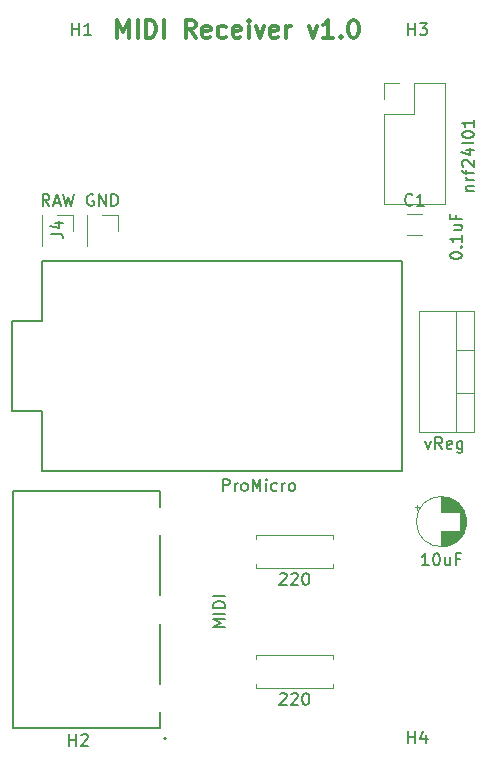
<source format=gbr>
G04 #@! TF.GenerationSoftware,KiCad,Pcbnew,(5.1.4-0-10_14)*
G04 #@! TF.CreationDate,2019-12-23T11:43:40-06:00*
G04 #@! TF.ProjectId,MIDI_RECEIVER,4d494449-5f52-4454-9345-495645522e6b,rev?*
G04 #@! TF.SameCoordinates,Original*
G04 #@! TF.FileFunction,Legend,Top*
G04 #@! TF.FilePolarity,Positive*
%FSLAX46Y46*%
G04 Gerber Fmt 4.6, Leading zero omitted, Abs format (unit mm)*
G04 Created by KiCad (PCBNEW (5.1.4-0-10_14)) date 2019-12-23 11:43:40*
%MOMM*%
%LPD*%
G04 APERTURE LIST*
%ADD10C,0.300000*%
%ADD11C,0.120000*%
%ADD12C,0.127000*%
%ADD13C,0.200000*%
%ADD14C,0.150000*%
G04 APERTURE END LIST*
D10*
X110725428Y-78656571D02*
X110725428Y-77156571D01*
X111225428Y-78228000D01*
X111725428Y-77156571D01*
X111725428Y-78656571D01*
X112439714Y-78656571D02*
X112439714Y-77156571D01*
X113154000Y-78656571D02*
X113154000Y-77156571D01*
X113511142Y-77156571D01*
X113725428Y-77228000D01*
X113868285Y-77370857D01*
X113939714Y-77513714D01*
X114011142Y-77799428D01*
X114011142Y-78013714D01*
X113939714Y-78299428D01*
X113868285Y-78442285D01*
X113725428Y-78585142D01*
X113511142Y-78656571D01*
X113154000Y-78656571D01*
X114654000Y-78656571D02*
X114654000Y-77156571D01*
X117368285Y-78656571D02*
X116868285Y-77942285D01*
X116511142Y-78656571D02*
X116511142Y-77156571D01*
X117082571Y-77156571D01*
X117225428Y-77228000D01*
X117296857Y-77299428D01*
X117368285Y-77442285D01*
X117368285Y-77656571D01*
X117296857Y-77799428D01*
X117225428Y-77870857D01*
X117082571Y-77942285D01*
X116511142Y-77942285D01*
X118582571Y-78585142D02*
X118439714Y-78656571D01*
X118154000Y-78656571D01*
X118011142Y-78585142D01*
X117939714Y-78442285D01*
X117939714Y-77870857D01*
X118011142Y-77728000D01*
X118154000Y-77656571D01*
X118439714Y-77656571D01*
X118582571Y-77728000D01*
X118654000Y-77870857D01*
X118654000Y-78013714D01*
X117939714Y-78156571D01*
X119939714Y-78585142D02*
X119796857Y-78656571D01*
X119511142Y-78656571D01*
X119368285Y-78585142D01*
X119296857Y-78513714D01*
X119225428Y-78370857D01*
X119225428Y-77942285D01*
X119296857Y-77799428D01*
X119368285Y-77728000D01*
X119511142Y-77656571D01*
X119796857Y-77656571D01*
X119939714Y-77728000D01*
X121154000Y-78585142D02*
X121011142Y-78656571D01*
X120725428Y-78656571D01*
X120582571Y-78585142D01*
X120511142Y-78442285D01*
X120511142Y-77870857D01*
X120582571Y-77728000D01*
X120725428Y-77656571D01*
X121011142Y-77656571D01*
X121154000Y-77728000D01*
X121225428Y-77870857D01*
X121225428Y-78013714D01*
X120511142Y-78156571D01*
X121868285Y-78656571D02*
X121868285Y-77656571D01*
X121868285Y-77156571D02*
X121796857Y-77228000D01*
X121868285Y-77299428D01*
X121939714Y-77228000D01*
X121868285Y-77156571D01*
X121868285Y-77299428D01*
X122439714Y-77656571D02*
X122796857Y-78656571D01*
X123154000Y-77656571D01*
X124296857Y-78585142D02*
X124154000Y-78656571D01*
X123868285Y-78656571D01*
X123725428Y-78585142D01*
X123654000Y-78442285D01*
X123654000Y-77870857D01*
X123725428Y-77728000D01*
X123868285Y-77656571D01*
X124154000Y-77656571D01*
X124296857Y-77728000D01*
X124368285Y-77870857D01*
X124368285Y-78013714D01*
X123654000Y-78156571D01*
X125011142Y-78656571D02*
X125011142Y-77656571D01*
X125011142Y-77942285D02*
X125082571Y-77799428D01*
X125154000Y-77728000D01*
X125296857Y-77656571D01*
X125439714Y-77656571D01*
X126939714Y-77656571D02*
X127296857Y-78656571D01*
X127654000Y-77656571D01*
X129011142Y-78656571D02*
X128154000Y-78656571D01*
X128582571Y-78656571D02*
X128582571Y-77156571D01*
X128439714Y-77370857D01*
X128296857Y-77513714D01*
X128154000Y-77585142D01*
X129654000Y-78513714D02*
X129725428Y-78585142D01*
X129654000Y-78656571D01*
X129582571Y-78585142D01*
X129654000Y-78513714D01*
X129654000Y-78656571D01*
X130654000Y-77156571D02*
X130796857Y-77156571D01*
X130939714Y-77228000D01*
X131011142Y-77299428D01*
X131082571Y-77442285D01*
X131154000Y-77728000D01*
X131154000Y-78085142D01*
X131082571Y-78370857D01*
X131011142Y-78513714D01*
X130939714Y-78585142D01*
X130796857Y-78656571D01*
X130654000Y-78656571D01*
X130511142Y-78585142D01*
X130439714Y-78513714D01*
X130368285Y-78370857D01*
X130296857Y-78085142D01*
X130296857Y-77728000D01*
X130368285Y-77442285D01*
X130439714Y-77299428D01*
X130511142Y-77228000D01*
X130654000Y-77156571D01*
D11*
X108144000Y-93666000D02*
X108144000Y-96326000D01*
X108204000Y-93666000D02*
X108144000Y-93666000D01*
X108204000Y-96326000D02*
X108144000Y-96326000D01*
X108204000Y-93666000D02*
X108204000Y-96326000D01*
X109474000Y-93666000D02*
X110804000Y-93666000D01*
X110804000Y-93666000D02*
X110804000Y-94996000D01*
X104334000Y-93666000D02*
X104334000Y-96326000D01*
X104394000Y-93666000D02*
X104334000Y-93666000D01*
X104394000Y-96326000D02*
X104334000Y-96326000D01*
X104394000Y-93666000D02*
X104394000Y-96326000D01*
X105664000Y-93666000D02*
X106994000Y-93666000D01*
X106994000Y-93666000D02*
X106994000Y-94996000D01*
X140938000Y-108785000D02*
X139428000Y-108785000D01*
X140938000Y-105084000D02*
X139428000Y-105084000D01*
X139428000Y-101814000D02*
X139428000Y-112054000D01*
X140938000Y-112054000D02*
X136297000Y-112054000D01*
X140938000Y-101814000D02*
X136297000Y-101814000D01*
X136297000Y-101814000D02*
X136297000Y-112054000D01*
X140938000Y-101814000D02*
X140938000Y-112054000D01*
D12*
X114360000Y-128290000D02*
X114360000Y-133390000D01*
X101860000Y-117090000D02*
X101860000Y-137090000D01*
X101860000Y-137090000D02*
X114360000Y-137090000D01*
D13*
X114860000Y-137990000D02*
G75*
G03X114860000Y-137990000I-100000J0D01*
G01*
D12*
X114360000Y-117090000D02*
X101860000Y-117090000D01*
X114360000Y-120790000D02*
X114360000Y-125890000D01*
X114360000Y-117090000D02*
X114360000Y-118390000D01*
X114360000Y-137090000D02*
X114360000Y-135790000D01*
D11*
X129000000Y-133704000D02*
X129000000Y-133374000D01*
X122460000Y-133704000D02*
X129000000Y-133704000D01*
X122460000Y-133374000D02*
X122460000Y-133704000D01*
X129000000Y-130964000D02*
X129000000Y-131294000D01*
X122460000Y-130964000D02*
X129000000Y-130964000D01*
X122460000Y-131294000D02*
X122460000Y-130964000D01*
X129000000Y-123544000D02*
X129000000Y-123214000D01*
X122460000Y-123544000D02*
X129000000Y-123544000D01*
X122460000Y-123214000D02*
X122460000Y-123544000D01*
X129000000Y-120804000D02*
X129000000Y-121134000D01*
X122460000Y-120804000D02*
X129000000Y-120804000D01*
X122460000Y-121134000D02*
X122460000Y-120804000D01*
X133290000Y-82490000D02*
X134620000Y-82490000D01*
X133290000Y-83820000D02*
X133290000Y-82490000D01*
X135890000Y-82490000D02*
X138490000Y-82490000D01*
X135890000Y-85090000D02*
X135890000Y-82490000D01*
X133290000Y-85090000D02*
X135890000Y-85090000D01*
X138490000Y-82490000D02*
X138490000Y-92770000D01*
X133290000Y-85090000D02*
X133290000Y-92770000D01*
X133290000Y-92770000D02*
X138490000Y-92770000D01*
D14*
X134874000Y-97536000D02*
X134874000Y-115316000D01*
X104394000Y-97536000D02*
X134874000Y-97536000D01*
X104394000Y-102616000D02*
X104394000Y-97536000D01*
X101854000Y-102616000D02*
X104394000Y-102616000D01*
X101854000Y-110236000D02*
X101854000Y-102616000D01*
X104394000Y-110236000D02*
X101854000Y-110236000D01*
X104394000Y-115316000D02*
X104394000Y-110236000D01*
X104394000Y-115316000D02*
X134874000Y-115316000D01*
D11*
X136094199Y-118239000D02*
X136094199Y-118639000D01*
X135894199Y-118439000D02*
X136294199Y-118439000D01*
X140245000Y-119264000D02*
X140245000Y-120004000D01*
X140205000Y-119097000D02*
X140205000Y-120171000D01*
X140165000Y-118970000D02*
X140165000Y-120298000D01*
X140125000Y-118866000D02*
X140125000Y-120402000D01*
X140085000Y-118775000D02*
X140085000Y-120493000D01*
X140045000Y-118694000D02*
X140045000Y-120574000D01*
X140005000Y-118621000D02*
X140005000Y-120647000D01*
X139965000Y-118554000D02*
X139965000Y-120714000D01*
X139925000Y-118492000D02*
X139925000Y-120776000D01*
X139885000Y-118434000D02*
X139885000Y-120834000D01*
X139845000Y-118380000D02*
X139845000Y-120888000D01*
X139805000Y-118330000D02*
X139805000Y-120938000D01*
X139765000Y-118283000D02*
X139765000Y-120985000D01*
X139725000Y-120474000D02*
X139725000Y-121030000D01*
X139725000Y-118238000D02*
X139725000Y-118794000D01*
X139685000Y-120474000D02*
X139685000Y-121072000D01*
X139685000Y-118196000D02*
X139685000Y-118794000D01*
X139645000Y-120474000D02*
X139645000Y-121112000D01*
X139645000Y-118156000D02*
X139645000Y-118794000D01*
X139605000Y-120474000D02*
X139605000Y-121150000D01*
X139605000Y-118118000D02*
X139605000Y-118794000D01*
X139565000Y-120474000D02*
X139565000Y-121186000D01*
X139565000Y-118082000D02*
X139565000Y-118794000D01*
X139525000Y-120474000D02*
X139525000Y-121221000D01*
X139525000Y-118047000D02*
X139525000Y-118794000D01*
X139485000Y-120474000D02*
X139485000Y-121253000D01*
X139485000Y-118015000D02*
X139485000Y-118794000D01*
X139445000Y-120474000D02*
X139445000Y-121284000D01*
X139445000Y-117984000D02*
X139445000Y-118794000D01*
X139405000Y-120474000D02*
X139405000Y-121314000D01*
X139405000Y-117954000D02*
X139405000Y-118794000D01*
X139365000Y-120474000D02*
X139365000Y-121342000D01*
X139365000Y-117926000D02*
X139365000Y-118794000D01*
X139325000Y-120474000D02*
X139325000Y-121369000D01*
X139325000Y-117899000D02*
X139325000Y-118794000D01*
X139285000Y-120474000D02*
X139285000Y-121394000D01*
X139285000Y-117874000D02*
X139285000Y-118794000D01*
X139245000Y-120474000D02*
X139245000Y-121419000D01*
X139245000Y-117849000D02*
X139245000Y-118794000D01*
X139205000Y-120474000D02*
X139205000Y-121442000D01*
X139205000Y-117826000D02*
X139205000Y-118794000D01*
X139165000Y-120474000D02*
X139165000Y-121464000D01*
X139165000Y-117804000D02*
X139165000Y-118794000D01*
X139125000Y-120474000D02*
X139125000Y-121485000D01*
X139125000Y-117783000D02*
X139125000Y-118794000D01*
X139085000Y-120474000D02*
X139085000Y-121504000D01*
X139085000Y-117764000D02*
X139085000Y-118794000D01*
X139045000Y-120474000D02*
X139045000Y-121523000D01*
X139045000Y-117745000D02*
X139045000Y-118794000D01*
X139005000Y-120474000D02*
X139005000Y-121541000D01*
X139005000Y-117727000D02*
X139005000Y-118794000D01*
X138965000Y-120474000D02*
X138965000Y-121558000D01*
X138965000Y-117710000D02*
X138965000Y-118794000D01*
X138925000Y-120474000D02*
X138925000Y-121574000D01*
X138925000Y-117694000D02*
X138925000Y-118794000D01*
X138885000Y-120474000D02*
X138885000Y-121588000D01*
X138885000Y-117680000D02*
X138885000Y-118794000D01*
X138844000Y-120474000D02*
X138844000Y-121602000D01*
X138844000Y-117666000D02*
X138844000Y-118794000D01*
X138804000Y-120474000D02*
X138804000Y-121616000D01*
X138804000Y-117652000D02*
X138804000Y-118794000D01*
X138764000Y-120474000D02*
X138764000Y-121628000D01*
X138764000Y-117640000D02*
X138764000Y-118794000D01*
X138724000Y-120474000D02*
X138724000Y-121639000D01*
X138724000Y-117629000D02*
X138724000Y-118794000D01*
X138684000Y-120474000D02*
X138684000Y-121650000D01*
X138684000Y-117618000D02*
X138684000Y-118794000D01*
X138644000Y-120474000D02*
X138644000Y-121659000D01*
X138644000Y-117609000D02*
X138644000Y-118794000D01*
X138604000Y-120474000D02*
X138604000Y-121668000D01*
X138604000Y-117600000D02*
X138604000Y-118794000D01*
X138564000Y-120474000D02*
X138564000Y-121676000D01*
X138564000Y-117592000D02*
X138564000Y-118794000D01*
X138524000Y-120474000D02*
X138524000Y-121684000D01*
X138524000Y-117584000D02*
X138524000Y-118794000D01*
X138484000Y-120474000D02*
X138484000Y-121690000D01*
X138484000Y-117578000D02*
X138484000Y-118794000D01*
X138444000Y-120474000D02*
X138444000Y-121696000D01*
X138444000Y-117572000D02*
X138444000Y-118794000D01*
X138404000Y-120474000D02*
X138404000Y-121701000D01*
X138404000Y-117567000D02*
X138404000Y-118794000D01*
X138364000Y-120474000D02*
X138364000Y-121705000D01*
X138364000Y-117563000D02*
X138364000Y-118794000D01*
X138324000Y-120474000D02*
X138324000Y-121708000D01*
X138324000Y-117560000D02*
X138324000Y-118794000D01*
X138284000Y-120474000D02*
X138284000Y-121711000D01*
X138284000Y-117557000D02*
X138284000Y-118794000D01*
X138244000Y-117555000D02*
X138244000Y-118794000D01*
X138244000Y-120474000D02*
X138244000Y-121713000D01*
X138204000Y-117554000D02*
X138204000Y-118794000D01*
X138204000Y-120474000D02*
X138204000Y-121714000D01*
X138164000Y-117554000D02*
X138164000Y-118794000D01*
X138164000Y-120474000D02*
X138164000Y-121714000D01*
X140284000Y-119634000D02*
G75*
G03X140284000Y-119634000I-2120000J0D01*
G01*
X135241000Y-95408000D02*
X136499000Y-95408000D01*
X135241000Y-93568000D02*
X136499000Y-93568000D01*
D14*
X105116380Y-95251333D02*
X105830666Y-95251333D01*
X105973523Y-95298952D01*
X106068761Y-95394190D01*
X106116380Y-95537047D01*
X106116380Y-95632285D01*
X105449714Y-94346571D02*
X106116380Y-94346571D01*
X105068761Y-94584666D02*
X105783047Y-94822761D01*
X105783047Y-94203714D01*
X108712095Y-91956000D02*
X108616857Y-91908380D01*
X108474000Y-91908380D01*
X108331142Y-91956000D01*
X108235904Y-92051238D01*
X108188285Y-92146476D01*
X108140666Y-92336952D01*
X108140666Y-92479809D01*
X108188285Y-92670285D01*
X108235904Y-92765523D01*
X108331142Y-92860761D01*
X108474000Y-92908380D01*
X108569238Y-92908380D01*
X108712095Y-92860761D01*
X108759714Y-92813142D01*
X108759714Y-92479809D01*
X108569238Y-92479809D01*
X109188285Y-92908380D02*
X109188285Y-91908380D01*
X109759714Y-92908380D01*
X109759714Y-91908380D01*
X110235904Y-92908380D02*
X110235904Y-91908380D01*
X110474000Y-91908380D01*
X110616857Y-91956000D01*
X110712095Y-92051238D01*
X110759714Y-92146476D01*
X110807333Y-92336952D01*
X110807333Y-92479809D01*
X110759714Y-92670285D01*
X110712095Y-92765523D01*
X110616857Y-92860761D01*
X110474000Y-92908380D01*
X110235904Y-92908380D01*
X104973523Y-92908380D02*
X104640190Y-92432190D01*
X104402095Y-92908380D02*
X104402095Y-91908380D01*
X104783047Y-91908380D01*
X104878285Y-91956000D01*
X104925904Y-92003619D01*
X104973523Y-92098857D01*
X104973523Y-92241714D01*
X104925904Y-92336952D01*
X104878285Y-92384571D01*
X104783047Y-92432190D01*
X104402095Y-92432190D01*
X105354476Y-92622666D02*
X105830666Y-92622666D01*
X105259238Y-92908380D02*
X105592571Y-91908380D01*
X105925904Y-92908380D01*
X106164000Y-91908380D02*
X106402095Y-92908380D01*
X106592571Y-92194095D01*
X106783047Y-92908380D01*
X107021142Y-91908380D01*
X136810952Y-112815714D02*
X137049047Y-113482380D01*
X137287142Y-112815714D01*
X138239523Y-113482380D02*
X137906190Y-113006190D01*
X137668095Y-113482380D02*
X137668095Y-112482380D01*
X138049047Y-112482380D01*
X138144285Y-112530000D01*
X138191904Y-112577619D01*
X138239523Y-112672857D01*
X138239523Y-112815714D01*
X138191904Y-112910952D01*
X138144285Y-112958571D01*
X138049047Y-113006190D01*
X137668095Y-113006190D01*
X139049047Y-113434761D02*
X138953809Y-113482380D01*
X138763333Y-113482380D01*
X138668095Y-113434761D01*
X138620476Y-113339523D01*
X138620476Y-112958571D01*
X138668095Y-112863333D01*
X138763333Y-112815714D01*
X138953809Y-112815714D01*
X139049047Y-112863333D01*
X139096666Y-112958571D01*
X139096666Y-113053809D01*
X138620476Y-113149047D01*
X139953809Y-112815714D02*
X139953809Y-113625238D01*
X139906190Y-113720476D01*
X139858571Y-113768095D01*
X139763333Y-113815714D01*
X139620476Y-113815714D01*
X139525238Y-113768095D01*
X139953809Y-113434761D02*
X139858571Y-113482380D01*
X139668095Y-113482380D01*
X139572857Y-113434761D01*
X139525238Y-113387142D01*
X139477619Y-113291904D01*
X139477619Y-113006190D01*
X139525238Y-112910952D01*
X139572857Y-112863333D01*
X139668095Y-112815714D01*
X139858571Y-112815714D01*
X139953809Y-112863333D01*
X119832380Y-128563523D02*
X118832380Y-128563523D01*
X119546666Y-128230190D01*
X118832380Y-127896857D01*
X119832380Y-127896857D01*
X119832380Y-127420666D02*
X118832380Y-127420666D01*
X119832380Y-126944476D02*
X118832380Y-126944476D01*
X118832380Y-126706380D01*
X118880000Y-126563523D01*
X118975238Y-126468285D01*
X119070476Y-126420666D01*
X119260952Y-126373047D01*
X119403809Y-126373047D01*
X119594285Y-126420666D01*
X119689523Y-126468285D01*
X119784761Y-126563523D01*
X119832380Y-126706380D01*
X119832380Y-126944476D01*
X119832380Y-125944476D02*
X118832380Y-125944476D01*
X135382095Y-138374380D02*
X135382095Y-137374380D01*
X135382095Y-137850571D02*
X135953523Y-137850571D01*
X135953523Y-138374380D02*
X135953523Y-137374380D01*
X136858285Y-137707714D02*
X136858285Y-138374380D01*
X136620190Y-137326761D02*
X136382095Y-138041047D01*
X137001142Y-138041047D01*
X135382095Y-78430380D02*
X135382095Y-77430380D01*
X135382095Y-77906571D02*
X135953523Y-77906571D01*
X135953523Y-78430380D02*
X135953523Y-77430380D01*
X136334476Y-77430380D02*
X136953523Y-77430380D01*
X136620190Y-77811333D01*
X136763047Y-77811333D01*
X136858285Y-77858952D01*
X136905904Y-77906571D01*
X136953523Y-78001809D01*
X136953523Y-78239904D01*
X136905904Y-78335142D01*
X136858285Y-78382761D01*
X136763047Y-78430380D01*
X136477333Y-78430380D01*
X136382095Y-78382761D01*
X136334476Y-78335142D01*
X106680095Y-138628380D02*
X106680095Y-137628380D01*
X106680095Y-138104571D02*
X107251523Y-138104571D01*
X107251523Y-138628380D02*
X107251523Y-137628380D01*
X107680095Y-137723619D02*
X107727714Y-137676000D01*
X107822952Y-137628380D01*
X108061047Y-137628380D01*
X108156285Y-137676000D01*
X108203904Y-137723619D01*
X108251523Y-137818857D01*
X108251523Y-137914095D01*
X108203904Y-138056952D01*
X107632476Y-138628380D01*
X108251523Y-138628380D01*
X106934095Y-78430380D02*
X106934095Y-77430380D01*
X106934095Y-77906571D02*
X107505523Y-77906571D01*
X107505523Y-78430380D02*
X107505523Y-77430380D01*
X108505523Y-78430380D02*
X107934095Y-78430380D01*
X108219809Y-78430380D02*
X108219809Y-77430380D01*
X108124571Y-77573238D01*
X108029333Y-77668476D01*
X107934095Y-77716095D01*
X124491904Y-134251619D02*
X124539523Y-134204000D01*
X124634761Y-134156380D01*
X124872857Y-134156380D01*
X124968095Y-134204000D01*
X125015714Y-134251619D01*
X125063333Y-134346857D01*
X125063333Y-134442095D01*
X125015714Y-134584952D01*
X124444285Y-135156380D01*
X125063333Y-135156380D01*
X125444285Y-134251619D02*
X125491904Y-134204000D01*
X125587142Y-134156380D01*
X125825238Y-134156380D01*
X125920476Y-134204000D01*
X125968095Y-134251619D01*
X126015714Y-134346857D01*
X126015714Y-134442095D01*
X125968095Y-134584952D01*
X125396666Y-135156380D01*
X126015714Y-135156380D01*
X126634761Y-134156380D02*
X126730000Y-134156380D01*
X126825238Y-134204000D01*
X126872857Y-134251619D01*
X126920476Y-134346857D01*
X126968095Y-134537333D01*
X126968095Y-134775428D01*
X126920476Y-134965904D01*
X126872857Y-135061142D01*
X126825238Y-135108761D01*
X126730000Y-135156380D01*
X126634761Y-135156380D01*
X126539523Y-135108761D01*
X126491904Y-135061142D01*
X126444285Y-134965904D01*
X126396666Y-134775428D01*
X126396666Y-134537333D01*
X126444285Y-134346857D01*
X126491904Y-134251619D01*
X126539523Y-134204000D01*
X126634761Y-134156380D01*
X124491904Y-124091619D02*
X124539523Y-124044000D01*
X124634761Y-123996380D01*
X124872857Y-123996380D01*
X124968095Y-124044000D01*
X125015714Y-124091619D01*
X125063333Y-124186857D01*
X125063333Y-124282095D01*
X125015714Y-124424952D01*
X124444285Y-124996380D01*
X125063333Y-124996380D01*
X125444285Y-124091619D02*
X125491904Y-124044000D01*
X125587142Y-123996380D01*
X125825238Y-123996380D01*
X125920476Y-124044000D01*
X125968095Y-124091619D01*
X126015714Y-124186857D01*
X126015714Y-124282095D01*
X125968095Y-124424952D01*
X125396666Y-124996380D01*
X126015714Y-124996380D01*
X126634761Y-123996380D02*
X126730000Y-123996380D01*
X126825238Y-124044000D01*
X126872857Y-124091619D01*
X126920476Y-124186857D01*
X126968095Y-124377333D01*
X126968095Y-124615428D01*
X126920476Y-124805904D01*
X126872857Y-124901142D01*
X126825238Y-124948761D01*
X126730000Y-124996380D01*
X126634761Y-124996380D01*
X126539523Y-124948761D01*
X126491904Y-124901142D01*
X126444285Y-124805904D01*
X126396666Y-124615428D01*
X126396666Y-124377333D01*
X126444285Y-124186857D01*
X126491904Y-124091619D01*
X126539523Y-124044000D01*
X126634761Y-123996380D01*
X140247714Y-91622190D02*
X140914380Y-91622190D01*
X140342952Y-91622190D02*
X140295333Y-91574571D01*
X140247714Y-91479333D01*
X140247714Y-91336476D01*
X140295333Y-91241238D01*
X140390571Y-91193619D01*
X140914380Y-91193619D01*
X140914380Y-90717428D02*
X140247714Y-90717428D01*
X140438190Y-90717428D02*
X140342952Y-90669809D01*
X140295333Y-90622190D01*
X140247714Y-90526952D01*
X140247714Y-90431714D01*
X140247714Y-90241238D02*
X140247714Y-89860285D01*
X140914380Y-90098380D02*
X140057238Y-90098380D01*
X139962000Y-90050761D01*
X139914380Y-89955523D01*
X139914380Y-89860285D01*
X140009619Y-89574571D02*
X139962000Y-89526952D01*
X139914380Y-89431714D01*
X139914380Y-89193619D01*
X139962000Y-89098380D01*
X140009619Y-89050761D01*
X140104857Y-89003142D01*
X140200095Y-89003142D01*
X140342952Y-89050761D01*
X140914380Y-89622190D01*
X140914380Y-89003142D01*
X140247714Y-88146000D02*
X140914380Y-88146000D01*
X139866761Y-88384095D02*
X140581047Y-88622190D01*
X140581047Y-88003142D01*
X140914380Y-87479333D02*
X140866761Y-87574571D01*
X140771523Y-87622190D01*
X139914380Y-87622190D01*
X139914380Y-86907904D02*
X139914380Y-86812666D01*
X139962000Y-86717428D01*
X140009619Y-86669809D01*
X140104857Y-86622190D01*
X140295333Y-86574571D01*
X140533428Y-86574571D01*
X140723904Y-86622190D01*
X140819142Y-86669809D01*
X140866761Y-86717428D01*
X140914380Y-86812666D01*
X140914380Y-86907904D01*
X140866761Y-87003142D01*
X140819142Y-87050761D01*
X140723904Y-87098380D01*
X140533428Y-87146000D01*
X140295333Y-87146000D01*
X140104857Y-87098380D01*
X140009619Y-87050761D01*
X139962000Y-87003142D01*
X139914380Y-86907904D01*
X140914380Y-85622190D02*
X140914380Y-86193619D01*
X140914380Y-85907904D02*
X139914380Y-85907904D01*
X140057238Y-86003142D01*
X140152476Y-86098380D01*
X140200095Y-86193619D01*
X119658190Y-117038380D02*
X119658190Y-116038380D01*
X120039142Y-116038380D01*
X120134380Y-116086000D01*
X120182000Y-116133619D01*
X120229619Y-116228857D01*
X120229619Y-116371714D01*
X120182000Y-116466952D01*
X120134380Y-116514571D01*
X120039142Y-116562190D01*
X119658190Y-116562190D01*
X120658190Y-117038380D02*
X120658190Y-116371714D01*
X120658190Y-116562190D02*
X120705809Y-116466952D01*
X120753428Y-116419333D01*
X120848666Y-116371714D01*
X120943904Y-116371714D01*
X121420095Y-117038380D02*
X121324857Y-116990761D01*
X121277238Y-116943142D01*
X121229619Y-116847904D01*
X121229619Y-116562190D01*
X121277238Y-116466952D01*
X121324857Y-116419333D01*
X121420095Y-116371714D01*
X121562952Y-116371714D01*
X121658190Y-116419333D01*
X121705809Y-116466952D01*
X121753428Y-116562190D01*
X121753428Y-116847904D01*
X121705809Y-116943142D01*
X121658190Y-116990761D01*
X121562952Y-117038380D01*
X121420095Y-117038380D01*
X122182000Y-117038380D02*
X122182000Y-116038380D01*
X122515333Y-116752666D01*
X122848666Y-116038380D01*
X122848666Y-117038380D01*
X123324857Y-117038380D02*
X123324857Y-116371714D01*
X123324857Y-116038380D02*
X123277238Y-116086000D01*
X123324857Y-116133619D01*
X123372476Y-116086000D01*
X123324857Y-116038380D01*
X123324857Y-116133619D01*
X124229619Y-116990761D02*
X124134380Y-117038380D01*
X123943904Y-117038380D01*
X123848666Y-116990761D01*
X123801047Y-116943142D01*
X123753428Y-116847904D01*
X123753428Y-116562190D01*
X123801047Y-116466952D01*
X123848666Y-116419333D01*
X123943904Y-116371714D01*
X124134380Y-116371714D01*
X124229619Y-116419333D01*
X124658190Y-117038380D02*
X124658190Y-116371714D01*
X124658190Y-116562190D02*
X124705809Y-116466952D01*
X124753428Y-116419333D01*
X124848666Y-116371714D01*
X124943904Y-116371714D01*
X125420095Y-117038380D02*
X125324857Y-116990761D01*
X125277238Y-116943142D01*
X125229619Y-116847904D01*
X125229619Y-116562190D01*
X125277238Y-116466952D01*
X125324857Y-116419333D01*
X125420095Y-116371714D01*
X125562952Y-116371714D01*
X125658190Y-116419333D01*
X125705809Y-116466952D01*
X125753428Y-116562190D01*
X125753428Y-116847904D01*
X125705809Y-116943142D01*
X125658190Y-116990761D01*
X125562952Y-117038380D01*
X125420095Y-117038380D01*
X137092571Y-123336380D02*
X136521142Y-123336380D01*
X136806857Y-123336380D02*
X136806857Y-122336380D01*
X136711619Y-122479238D01*
X136616380Y-122574476D01*
X136521142Y-122622095D01*
X137711619Y-122336380D02*
X137806857Y-122336380D01*
X137902095Y-122384000D01*
X137949714Y-122431619D01*
X137997333Y-122526857D01*
X138044952Y-122717333D01*
X138044952Y-122955428D01*
X137997333Y-123145904D01*
X137949714Y-123241142D01*
X137902095Y-123288761D01*
X137806857Y-123336380D01*
X137711619Y-123336380D01*
X137616380Y-123288761D01*
X137568761Y-123241142D01*
X137521142Y-123145904D01*
X137473523Y-122955428D01*
X137473523Y-122717333D01*
X137521142Y-122526857D01*
X137568761Y-122431619D01*
X137616380Y-122384000D01*
X137711619Y-122336380D01*
X138902095Y-122669714D02*
X138902095Y-123336380D01*
X138473523Y-122669714D02*
X138473523Y-123193523D01*
X138521142Y-123288761D01*
X138616380Y-123336380D01*
X138759238Y-123336380D01*
X138854476Y-123288761D01*
X138902095Y-123241142D01*
X139711619Y-122812571D02*
X139378285Y-122812571D01*
X139378285Y-123336380D02*
X139378285Y-122336380D01*
X139854476Y-122336380D01*
X135703333Y-92795142D02*
X135655714Y-92842761D01*
X135512857Y-92890380D01*
X135417619Y-92890380D01*
X135274761Y-92842761D01*
X135179523Y-92747523D01*
X135131904Y-92652285D01*
X135084285Y-92461809D01*
X135084285Y-92318952D01*
X135131904Y-92128476D01*
X135179523Y-92033238D01*
X135274761Y-91938000D01*
X135417619Y-91890380D01*
X135512857Y-91890380D01*
X135655714Y-91938000D01*
X135703333Y-91985619D01*
X136655714Y-92890380D02*
X136084285Y-92890380D01*
X136370000Y-92890380D02*
X136370000Y-91890380D01*
X136274761Y-92033238D01*
X136179523Y-92128476D01*
X136084285Y-92176095D01*
X138898380Y-97146857D02*
X138898380Y-97051619D01*
X138946000Y-96956380D01*
X138993619Y-96908761D01*
X139088857Y-96861142D01*
X139279333Y-96813523D01*
X139517428Y-96813523D01*
X139707904Y-96861142D01*
X139803142Y-96908761D01*
X139850761Y-96956380D01*
X139898380Y-97051619D01*
X139898380Y-97146857D01*
X139850761Y-97242095D01*
X139803142Y-97289714D01*
X139707904Y-97337333D01*
X139517428Y-97384952D01*
X139279333Y-97384952D01*
X139088857Y-97337333D01*
X138993619Y-97289714D01*
X138946000Y-97242095D01*
X138898380Y-97146857D01*
X139803142Y-96384952D02*
X139850761Y-96337333D01*
X139898380Y-96384952D01*
X139850761Y-96432571D01*
X139803142Y-96384952D01*
X139898380Y-96384952D01*
X139898380Y-95384952D02*
X139898380Y-95956380D01*
X139898380Y-95670666D02*
X138898380Y-95670666D01*
X139041238Y-95765904D01*
X139136476Y-95861142D01*
X139184095Y-95956380D01*
X139231714Y-94527809D02*
X139898380Y-94527809D01*
X139231714Y-94956380D02*
X139755523Y-94956380D01*
X139850761Y-94908761D01*
X139898380Y-94813523D01*
X139898380Y-94670666D01*
X139850761Y-94575428D01*
X139803142Y-94527809D01*
X139374571Y-93718285D02*
X139374571Y-94051619D01*
X139898380Y-94051619D02*
X138898380Y-94051619D01*
X138898380Y-93575428D01*
M02*

</source>
